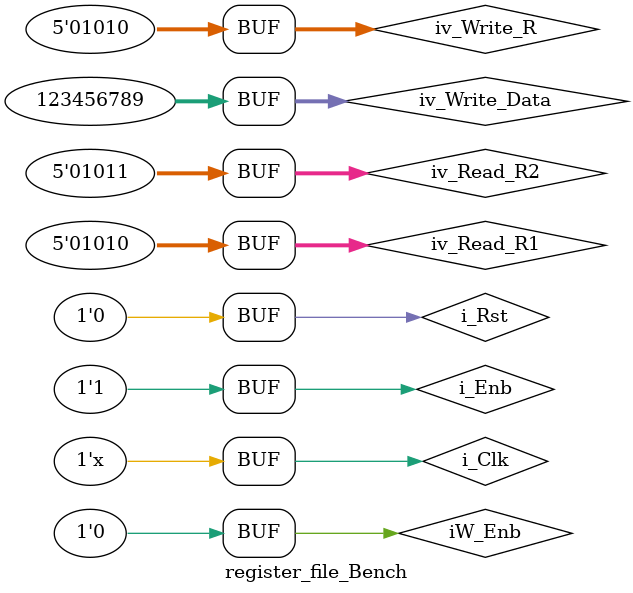
<source format=v>
module register_file_Bench();

	reg i_Clk;
	reg i_Rst;
	reg i_Enb;
	reg iW_Enb;
	reg [4:0] iv_Read_R1; //R = Register
	reg [4:0] iv_Read_R2;
	reg [4:0] iv_Write_R;
	reg [31:0] iv_Write_Data;
	wire [31:0] ov_Data_R1;
	wire [31:0] ov_Data_R2;

register_file register_file (
	.i_Clk(i_Clk),
	.i_Rst(i_Rst),
	.i_Enb(i_Enb),
	.iW_Enb(iW_Enb),
	.iv_Read_R1(iv_Read_R1), //R = Register
	.iv_Read_R2(iv_Read_R2),
	.iv_Write_R(iv_Write_R),
	.iv_Write_Data(iv_Write_Data),
	.ov_Data_R1(ov_Data_R1),
	.ov_Data_R2(ov_Data_R2)

);

initial
begin
	i_Rst = 1;
	i_Clk = 0;
	i_Enb = 1;
	iW_Enb = 0;
	iv_Read_R1 = 0;
	iv_Read_R2 = 1;
	iv_Write_R = 10;
	iv_Write_Data = 123456789;
	#100;
	i_Rst = 0;
	repeat(10)
	begin
		iv_Read_R1 = iv_Read_R1 + 1;
		iv_Read_R2 = iv_Read_R2 + 1;
		#60;
	end
	iW_Enb = 1;
	#40;
	iW_Enb = 0;
	#40;
	
	
end



always
begin
 i_Clk = ~i_Clk;
 #20;
end


endmodule 
</source>
